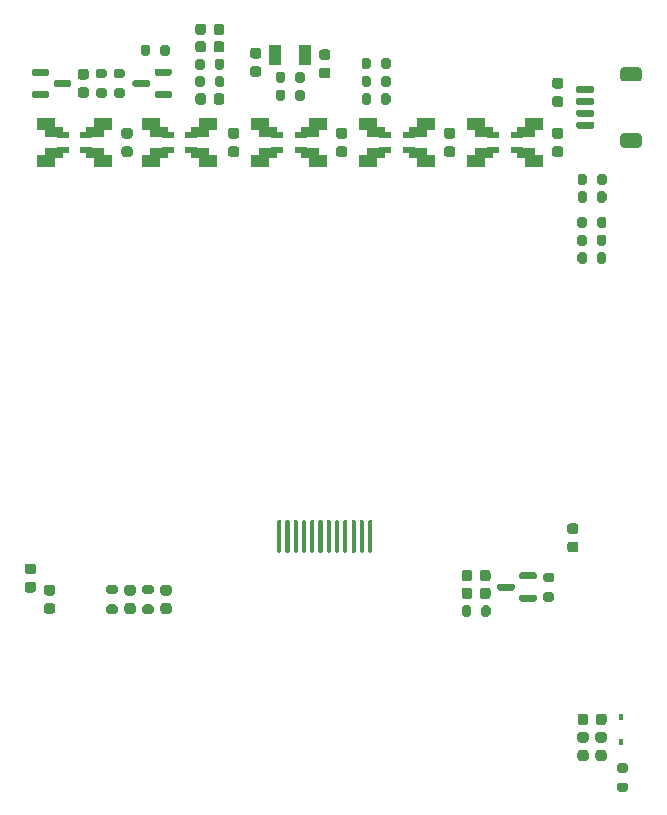
<source format=gbp>
G04 #@! TF.GenerationSoftware,KiCad,Pcbnew,6.0.7+dfsg-1~bpo11+1*
G04 #@! TF.CreationDate,2023-01-24T09:36:57+00:00*
G04 #@! TF.ProjectId,aws-iot-expresslink-demo-badge,6177732d-696f-4742-9d65-787072657373,1*
G04 #@! TF.SameCoordinates,Original*
G04 #@! TF.FileFunction,Paste,Bot*
G04 #@! TF.FilePolarity,Positive*
%FSLAX46Y46*%
G04 Gerber Fmt 4.6, Leading zero omitted, Abs format (unit mm)*
G04 Created by KiCad (PCBNEW 6.0.7+dfsg-1~bpo11+1) date 2023-01-24 09:36:57*
%MOMM*%
%LPD*%
G01*
G04 APERTURE LIST*
%ADD10R,1.000000X0.600000*%
%ADD11R,1.600000X0.850000*%
%ADD12R,1.500000X1.000000*%
%ADD13R,1.000000X1.800000*%
%ADD14R,0.450000X0.600000*%
G04 APERTURE END LIST*
G36*
G01*
X117580800Y-129268500D02*
X117580800Y-131843500D01*
G75*
G02*
X117493300Y-131931000I-87500J0D01*
G01*
X117318300Y-131931000D01*
G75*
G02*
X117230800Y-131843500I0J87500D01*
G01*
X117230800Y-129268500D01*
G75*
G02*
X117318300Y-129181000I87500J0D01*
G01*
X117493300Y-129181000D01*
G75*
G02*
X117580800Y-129268500I0J-87500D01*
G01*
G37*
G36*
G01*
X116880800Y-129268500D02*
X116880800Y-131843500D01*
G75*
G02*
X116793300Y-131931000I-87500J0D01*
G01*
X116618300Y-131931000D01*
G75*
G02*
X116530800Y-131843500I0J87500D01*
G01*
X116530800Y-129268500D01*
G75*
G02*
X116618300Y-129181000I87500J0D01*
G01*
X116793300Y-129181000D01*
G75*
G02*
X116880800Y-129268500I0J-87500D01*
G01*
G37*
G36*
G01*
X116180800Y-129268500D02*
X116180800Y-131843500D01*
G75*
G02*
X116093300Y-131931000I-87500J0D01*
G01*
X115918300Y-131931000D01*
G75*
G02*
X115830800Y-131843500I0J87500D01*
G01*
X115830800Y-129268500D01*
G75*
G02*
X115918300Y-129181000I87500J0D01*
G01*
X116093300Y-129181000D01*
G75*
G02*
X116180800Y-129268500I0J-87500D01*
G01*
G37*
G36*
G01*
X115480800Y-129268500D02*
X115480800Y-131843500D01*
G75*
G02*
X115393300Y-131931000I-87500J0D01*
G01*
X115218300Y-131931000D01*
G75*
G02*
X115130800Y-131843500I0J87500D01*
G01*
X115130800Y-129268500D01*
G75*
G02*
X115218300Y-129181000I87500J0D01*
G01*
X115393300Y-129181000D01*
G75*
G02*
X115480800Y-129268500I0J-87500D01*
G01*
G37*
G36*
G01*
X114780800Y-129268500D02*
X114780800Y-131843500D01*
G75*
G02*
X114693300Y-131931000I-87500J0D01*
G01*
X114518300Y-131931000D01*
G75*
G02*
X114430800Y-131843500I0J87500D01*
G01*
X114430800Y-129268500D01*
G75*
G02*
X114518300Y-129181000I87500J0D01*
G01*
X114693300Y-129181000D01*
G75*
G02*
X114780800Y-129268500I0J-87500D01*
G01*
G37*
G36*
G01*
X114080800Y-129268500D02*
X114080800Y-131843500D01*
G75*
G02*
X113993300Y-131931000I-87500J0D01*
G01*
X113818300Y-131931000D01*
G75*
G02*
X113730800Y-131843500I0J87500D01*
G01*
X113730800Y-129268500D01*
G75*
G02*
X113818300Y-129181000I87500J0D01*
G01*
X113993300Y-129181000D01*
G75*
G02*
X114080800Y-129268500I0J-87500D01*
G01*
G37*
G36*
G01*
X113380800Y-129268500D02*
X113380800Y-131843500D01*
G75*
G02*
X113293300Y-131931000I-87500J0D01*
G01*
X113118300Y-131931000D01*
G75*
G02*
X113030800Y-131843500I0J87500D01*
G01*
X113030800Y-129268500D01*
G75*
G02*
X113118300Y-129181000I87500J0D01*
G01*
X113293300Y-129181000D01*
G75*
G02*
X113380800Y-129268500I0J-87500D01*
G01*
G37*
G36*
G01*
X112680800Y-129268500D02*
X112680800Y-131843500D01*
G75*
G02*
X112593300Y-131931000I-87500J0D01*
G01*
X112418300Y-131931000D01*
G75*
G02*
X112330800Y-131843500I0J87500D01*
G01*
X112330800Y-129268500D01*
G75*
G02*
X112418300Y-129181000I87500J0D01*
G01*
X112593300Y-129181000D01*
G75*
G02*
X112680800Y-129268500I0J-87500D01*
G01*
G37*
G36*
G01*
X111980800Y-129268500D02*
X111980800Y-131843500D01*
G75*
G02*
X111893300Y-131931000I-87500J0D01*
G01*
X111718300Y-131931000D01*
G75*
G02*
X111630800Y-131843500I0J87500D01*
G01*
X111630800Y-129268500D01*
G75*
G02*
X111718300Y-129181000I87500J0D01*
G01*
X111893300Y-129181000D01*
G75*
G02*
X111980800Y-129268500I0J-87500D01*
G01*
G37*
G36*
G01*
X111280800Y-129268500D02*
X111280800Y-131843500D01*
G75*
G02*
X111193300Y-131931000I-87500J0D01*
G01*
X111018300Y-131931000D01*
G75*
G02*
X110930800Y-131843500I0J87500D01*
G01*
X110930800Y-129268500D01*
G75*
G02*
X111018300Y-129181000I87500J0D01*
G01*
X111193300Y-129181000D01*
G75*
G02*
X111280800Y-129268500I0J-87500D01*
G01*
G37*
G36*
G01*
X110580800Y-129268500D02*
X110580800Y-131843500D01*
G75*
G02*
X110493300Y-131931000I-87500J0D01*
G01*
X110318300Y-131931000D01*
G75*
G02*
X110230800Y-131843500I0J87500D01*
G01*
X110230800Y-129268500D01*
G75*
G02*
X110318300Y-129181000I87500J0D01*
G01*
X110493300Y-129181000D01*
G75*
G02*
X110580800Y-129268500I0J-87500D01*
G01*
G37*
G36*
G01*
X109880800Y-129268500D02*
X109880800Y-131843500D01*
G75*
G02*
X109793300Y-131931000I-87500J0D01*
G01*
X109618300Y-131931000D01*
G75*
G02*
X109530800Y-131843500I0J87500D01*
G01*
X109530800Y-129268500D01*
G75*
G02*
X109618300Y-129181000I87500J0D01*
G01*
X109793300Y-129181000D01*
G75*
G02*
X109880800Y-129268500I0J-87500D01*
G01*
G37*
G36*
G01*
X125152400Y-135632000D02*
X125152400Y-135132000D01*
G75*
G02*
X125377400Y-134907000I225000J0D01*
G01*
X125827400Y-134907000D01*
G75*
G02*
X126052400Y-135132000I0J-225000D01*
G01*
X126052400Y-135632000D01*
G75*
G02*
X125827400Y-135857000I-225000J0D01*
G01*
X125377400Y-135857000D01*
G75*
G02*
X125152400Y-135632000I0J225000D01*
G01*
G37*
G36*
G01*
X126702400Y-135632000D02*
X126702400Y-135132000D01*
G75*
G02*
X126927400Y-134907000I225000J0D01*
G01*
X127377400Y-134907000D01*
G75*
G02*
X127602400Y-135132000I0J-225000D01*
G01*
X127602400Y-135632000D01*
G75*
G02*
X127377400Y-135857000I-225000J0D01*
G01*
X126927400Y-135857000D01*
G75*
G02*
X126702400Y-135632000I0J225000D01*
G01*
G37*
G36*
G01*
X131506800Y-133748600D02*
X131506800Y-134048600D01*
G75*
G02*
X131356800Y-134198600I-150000J0D01*
G01*
X130181800Y-134198600D01*
G75*
G02*
X130031800Y-134048600I0J150000D01*
G01*
X130031800Y-133748600D01*
G75*
G02*
X130181800Y-133598600I150000J0D01*
G01*
X131356800Y-133598600D01*
G75*
G02*
X131506800Y-133748600I0J-150000D01*
G01*
G37*
G36*
G01*
X131506800Y-135648600D02*
X131506800Y-135948600D01*
G75*
G02*
X131356800Y-136098600I-150000J0D01*
G01*
X130181800Y-136098600D01*
G75*
G02*
X130031800Y-135948600I0J150000D01*
G01*
X130031800Y-135648600D01*
G75*
G02*
X130181800Y-135498600I150000J0D01*
G01*
X131356800Y-135498600D01*
G75*
G02*
X131506800Y-135648600I0J-150000D01*
G01*
G37*
G36*
G01*
X129631800Y-134698600D02*
X129631800Y-134998600D01*
G75*
G02*
X129481800Y-135148600I-150000J0D01*
G01*
X128306800Y-135148600D01*
G75*
G02*
X128156800Y-134998600I0J150000D01*
G01*
X128156800Y-134698600D01*
G75*
G02*
X128306800Y-134548600I150000J0D01*
G01*
X129481800Y-134548600D01*
G75*
G02*
X129631800Y-134698600I0J-150000D01*
G01*
G37*
G36*
G01*
X115235800Y-98430800D02*
X114735800Y-98430800D01*
G75*
G02*
X114510800Y-98205800I0J225000D01*
G01*
X114510800Y-97755800D01*
G75*
G02*
X114735800Y-97530800I225000J0D01*
G01*
X115235800Y-97530800D01*
G75*
G02*
X115460800Y-97755800I0J-225000D01*
G01*
X115460800Y-98205800D01*
G75*
G02*
X115235800Y-98430800I-225000J0D01*
G01*
G37*
G36*
G01*
X115235800Y-96880800D02*
X114735800Y-96880800D01*
G75*
G02*
X114510800Y-96655800I0J225000D01*
G01*
X114510800Y-96205800D01*
G75*
G02*
X114735800Y-95980800I225000J0D01*
G01*
X115235800Y-95980800D01*
G75*
G02*
X115460800Y-96205800I0J-225000D01*
G01*
X115460800Y-96655800D01*
G75*
G02*
X115235800Y-96880800I-225000J0D01*
G01*
G37*
D10*
X127828800Y-97855800D03*
D11*
X127078800Y-98080800D03*
D12*
X126378800Y-98805800D03*
D11*
X127078800Y-96330800D03*
D10*
X127828800Y-96555800D03*
D12*
X126378800Y-95605800D03*
D10*
X129828800Y-96555800D03*
D11*
X130578800Y-96330800D03*
D12*
X131278800Y-95605800D03*
D10*
X129828800Y-97855800D03*
D12*
X131278800Y-98805800D03*
D11*
X130578800Y-98080800D03*
G36*
G01*
X92870928Y-90977000D02*
X93370928Y-90977000D01*
G75*
G02*
X93595928Y-91202000I0J-225000D01*
G01*
X93595928Y-91652000D01*
G75*
G02*
X93370928Y-91877000I-225000J0D01*
G01*
X92870928Y-91877000D01*
G75*
G02*
X92645928Y-91652000I0J225000D01*
G01*
X92645928Y-91202000D01*
G75*
G02*
X92870928Y-90977000I225000J0D01*
G01*
G37*
G36*
G01*
X92870928Y-92527000D02*
X93370928Y-92527000D01*
G75*
G02*
X93595928Y-92752000I0J-225000D01*
G01*
X93595928Y-93202000D01*
G75*
G02*
X93370928Y-93427000I-225000J0D01*
G01*
X92870928Y-93427000D01*
G75*
G02*
X92645928Y-93202000I0J225000D01*
G01*
X92645928Y-92752000D01*
G75*
G02*
X92870928Y-92527000I225000J0D01*
G01*
G37*
G36*
G01*
X95279800Y-134665000D02*
X95829800Y-134665000D01*
G75*
G02*
X96029800Y-134865000I0J-200000D01*
G01*
X96029800Y-135265000D01*
G75*
G02*
X95829800Y-135465000I-200000J0D01*
G01*
X95279800Y-135465000D01*
G75*
G02*
X95079800Y-135265000I0J200000D01*
G01*
X95079800Y-134865000D01*
G75*
G02*
X95279800Y-134665000I200000J0D01*
G01*
G37*
G36*
G01*
X95279800Y-136315000D02*
X95829800Y-136315000D01*
G75*
G02*
X96029800Y-136515000I0J-200000D01*
G01*
X96029800Y-136915000D01*
G75*
G02*
X95829800Y-137115000I-200000J0D01*
G01*
X95279800Y-137115000D01*
G75*
G02*
X95079800Y-136915000I0J200000D01*
G01*
X95079800Y-136515000D01*
G75*
G02*
X95279800Y-136315000I200000J0D01*
G01*
G37*
G36*
G01*
X119131800Y-90250600D02*
X119131800Y-90800600D01*
G75*
G02*
X118931800Y-91000600I-200000J0D01*
G01*
X118531800Y-91000600D01*
G75*
G02*
X118331800Y-90800600I0J200000D01*
G01*
X118331800Y-90250600D01*
G75*
G02*
X118531800Y-90050600I200000J0D01*
G01*
X118931800Y-90050600D01*
G75*
G02*
X119131800Y-90250600I0J-200000D01*
G01*
G37*
G36*
G01*
X117481800Y-90250600D02*
X117481800Y-90800600D01*
G75*
G02*
X117281800Y-91000600I-200000J0D01*
G01*
X116881800Y-91000600D01*
G75*
G02*
X116681800Y-90800600I0J200000D01*
G01*
X116681800Y-90250600D01*
G75*
G02*
X116881800Y-90050600I200000J0D01*
G01*
X117281800Y-90050600D01*
G75*
G02*
X117481800Y-90250600I0J-200000D01*
G01*
G37*
G36*
G01*
X102610200Y-89353200D02*
X102610200Y-88853200D01*
G75*
G02*
X102835200Y-88628200I225000J0D01*
G01*
X103285200Y-88628200D01*
G75*
G02*
X103510200Y-88853200I0J-225000D01*
G01*
X103510200Y-89353200D01*
G75*
G02*
X103285200Y-89578200I-225000J0D01*
G01*
X102835200Y-89578200D01*
G75*
G02*
X102610200Y-89353200I0J225000D01*
G01*
G37*
G36*
G01*
X104160200Y-89353200D02*
X104160200Y-88853200D01*
G75*
G02*
X104385200Y-88628200I225000J0D01*
G01*
X104835200Y-88628200D01*
G75*
G02*
X105060200Y-88853200I0J-225000D01*
G01*
X105060200Y-89353200D01*
G75*
G02*
X104835200Y-89578200I-225000J0D01*
G01*
X104385200Y-89578200D01*
G75*
G02*
X104160200Y-89353200I0J225000D01*
G01*
G37*
D13*
X111892400Y-89789000D03*
X109392400Y-89789000D03*
G36*
G01*
X97074800Y-98430800D02*
X96574800Y-98430800D01*
G75*
G02*
X96349800Y-98205800I0J225000D01*
G01*
X96349800Y-97755800D01*
G75*
G02*
X96574800Y-97530800I225000J0D01*
G01*
X97074800Y-97530800D01*
G75*
G02*
X97299800Y-97755800I0J-225000D01*
G01*
X97299800Y-98205800D01*
G75*
G02*
X97074800Y-98430800I-225000J0D01*
G01*
G37*
G36*
G01*
X97074800Y-96880800D02*
X96574800Y-96880800D01*
G75*
G02*
X96349800Y-96655800I0J225000D01*
G01*
X96349800Y-96205800D01*
G75*
G02*
X96574800Y-95980800I225000J0D01*
G01*
X97074800Y-95980800D01*
G75*
G02*
X97299800Y-96205800I0J-225000D01*
G01*
X97299800Y-96655800D01*
G75*
G02*
X97074800Y-96880800I-225000J0D01*
G01*
G37*
G36*
G01*
X100633400Y-91102000D02*
X100633400Y-91402000D01*
G75*
G02*
X100483400Y-91552000I-150000J0D01*
G01*
X99308400Y-91552000D01*
G75*
G02*
X99158400Y-91402000I0J150000D01*
G01*
X99158400Y-91102000D01*
G75*
G02*
X99308400Y-90952000I150000J0D01*
G01*
X100483400Y-90952000D01*
G75*
G02*
X100633400Y-91102000I0J-150000D01*
G01*
G37*
G36*
G01*
X100633400Y-93002000D02*
X100633400Y-93302000D01*
G75*
G02*
X100483400Y-93452000I-150000J0D01*
G01*
X99308400Y-93452000D01*
G75*
G02*
X99158400Y-93302000I0J150000D01*
G01*
X99158400Y-93002000D01*
G75*
G02*
X99308400Y-92852000I150000J0D01*
G01*
X100483400Y-92852000D01*
G75*
G02*
X100633400Y-93002000I0J-150000D01*
G01*
G37*
G36*
G01*
X98758400Y-92052000D02*
X98758400Y-92352000D01*
G75*
G02*
X98608400Y-92502000I-150000J0D01*
G01*
X97433400Y-92502000D01*
G75*
G02*
X97283400Y-92352000I0J150000D01*
G01*
X97283400Y-92052000D01*
G75*
G02*
X97433400Y-91902000I150000J0D01*
G01*
X98608400Y-91902000D01*
G75*
G02*
X98758400Y-92052000I0J-150000D01*
G01*
G37*
G36*
G01*
X96828800Y-134665000D02*
X97328800Y-134665000D01*
G75*
G02*
X97553800Y-134890000I0J-225000D01*
G01*
X97553800Y-135340000D01*
G75*
G02*
X97328800Y-135565000I-225000J0D01*
G01*
X96828800Y-135565000D01*
G75*
G02*
X96603800Y-135340000I0J225000D01*
G01*
X96603800Y-134890000D01*
G75*
G02*
X96828800Y-134665000I225000J0D01*
G01*
G37*
G36*
G01*
X96828800Y-136215000D02*
X97328800Y-136215000D01*
G75*
G02*
X97553800Y-136440000I0J-225000D01*
G01*
X97553800Y-136890000D01*
G75*
G02*
X97328800Y-137115000I-225000J0D01*
G01*
X96828800Y-137115000D01*
G75*
G02*
X96603800Y-136890000I0J225000D01*
G01*
X96603800Y-136440000D01*
G75*
G02*
X96828800Y-136215000I225000J0D01*
G01*
G37*
D11*
X117934800Y-98080800D03*
D12*
X117234800Y-98805800D03*
D10*
X118684800Y-97855800D03*
X118684800Y-96555800D03*
D12*
X117234800Y-95605800D03*
D11*
X117934800Y-96330800D03*
X121434800Y-96330800D03*
D12*
X122134800Y-95605800D03*
D10*
X120684800Y-96555800D03*
X120684800Y-97855800D03*
D12*
X122134800Y-98805800D03*
D11*
X121434800Y-98080800D03*
G36*
G01*
X100437400Y-89133000D02*
X100437400Y-89683000D01*
G75*
G02*
X100237400Y-89883000I-200000J0D01*
G01*
X99837400Y-89883000D01*
G75*
G02*
X99637400Y-89683000I0J200000D01*
G01*
X99637400Y-89133000D01*
G75*
G02*
X99837400Y-88933000I200000J0D01*
G01*
X100237400Y-88933000D01*
G75*
G02*
X100437400Y-89133000I0J-200000D01*
G01*
G37*
G36*
G01*
X98787400Y-89133000D02*
X98787400Y-89683000D01*
G75*
G02*
X98587400Y-89883000I-200000J0D01*
G01*
X98187400Y-89883000D01*
G75*
G02*
X97987400Y-89683000I0J200000D01*
G01*
X97987400Y-89133000D01*
G75*
G02*
X98187400Y-88933000I200000J0D01*
G01*
X98587400Y-88933000D01*
G75*
G02*
X98787400Y-89133000I0J-200000D01*
G01*
G37*
G36*
G01*
X132799200Y-136099000D02*
X132249200Y-136099000D01*
G75*
G02*
X132049200Y-135899000I0J200000D01*
G01*
X132049200Y-135499000D01*
G75*
G02*
X132249200Y-135299000I200000J0D01*
G01*
X132799200Y-135299000D01*
G75*
G02*
X132999200Y-135499000I0J-200000D01*
G01*
X132999200Y-135899000D01*
G75*
G02*
X132799200Y-136099000I-200000J0D01*
G01*
G37*
G36*
G01*
X132799200Y-134449000D02*
X132249200Y-134449000D01*
G75*
G02*
X132049200Y-134249000I0J200000D01*
G01*
X132049200Y-133849000D01*
G75*
G02*
X132249200Y-133649000I200000J0D01*
G01*
X132799200Y-133649000D01*
G75*
G02*
X132999200Y-133849000I0J-200000D01*
G01*
X132999200Y-134249000D01*
G75*
G02*
X132799200Y-134449000I-200000J0D01*
G01*
G37*
G36*
G01*
X102610200Y-93772800D02*
X102610200Y-93272800D01*
G75*
G02*
X102835200Y-93047800I225000J0D01*
G01*
X103285200Y-93047800D01*
G75*
G02*
X103510200Y-93272800I0J-225000D01*
G01*
X103510200Y-93772800D01*
G75*
G02*
X103285200Y-93997800I-225000J0D01*
G01*
X102835200Y-93997800D01*
G75*
G02*
X102610200Y-93772800I0J225000D01*
G01*
G37*
G36*
G01*
X104160200Y-93772800D02*
X104160200Y-93272800D01*
G75*
G02*
X104385200Y-93047800I225000J0D01*
G01*
X104835200Y-93047800D01*
G75*
G02*
X105060200Y-93272800I0J-225000D01*
G01*
X105060200Y-93772800D01*
G75*
G02*
X104835200Y-93997800I-225000J0D01*
G01*
X104385200Y-93997800D01*
G75*
G02*
X104160200Y-93772800I0J225000D01*
G01*
G37*
G36*
G01*
X102610200Y-87880000D02*
X102610200Y-87380000D01*
G75*
G02*
X102835200Y-87155000I225000J0D01*
G01*
X103285200Y-87155000D01*
G75*
G02*
X103510200Y-87380000I0J-225000D01*
G01*
X103510200Y-87880000D01*
G75*
G02*
X103285200Y-88105000I-225000J0D01*
G01*
X102835200Y-88105000D01*
G75*
G02*
X102610200Y-87880000I0J225000D01*
G01*
G37*
G36*
G01*
X104160200Y-87880000D02*
X104160200Y-87380000D01*
G75*
G02*
X104385200Y-87155000I225000J0D01*
G01*
X104835200Y-87155000D01*
G75*
G02*
X105060200Y-87380000I0J-225000D01*
G01*
X105060200Y-87880000D01*
G75*
G02*
X104835200Y-88105000I-225000J0D01*
G01*
X104385200Y-88105000D01*
G75*
G02*
X104160200Y-87880000I0J225000D01*
G01*
G37*
G36*
G01*
X111867400Y-92943000D02*
X111867400Y-93493000D01*
G75*
G02*
X111667400Y-93693000I-200000J0D01*
G01*
X111267400Y-93693000D01*
G75*
G02*
X111067400Y-93493000I0J200000D01*
G01*
X111067400Y-92943000D01*
G75*
G02*
X111267400Y-92743000I200000J0D01*
G01*
X111667400Y-92743000D01*
G75*
G02*
X111867400Y-92943000I0J-200000D01*
G01*
G37*
G36*
G01*
X110217400Y-92943000D02*
X110217400Y-93493000D01*
G75*
G02*
X110017400Y-93693000I-200000J0D01*
G01*
X109617400Y-93693000D01*
G75*
G02*
X109417400Y-93493000I0J200000D01*
G01*
X109417400Y-92943000D01*
G75*
G02*
X109617400Y-92743000I200000J0D01*
G01*
X110017400Y-92743000D01*
G75*
G02*
X110217400Y-92943000I0J-200000D01*
G01*
G37*
G36*
G01*
X133523800Y-98430800D02*
X133023800Y-98430800D01*
G75*
G02*
X132798800Y-98205800I0J225000D01*
G01*
X132798800Y-97755800D01*
G75*
G02*
X133023800Y-97530800I225000J0D01*
G01*
X133523800Y-97530800D01*
G75*
G02*
X133748800Y-97755800I0J-225000D01*
G01*
X133748800Y-98205800D01*
G75*
G02*
X133523800Y-98430800I-225000J0D01*
G01*
G37*
G36*
G01*
X133523800Y-96880800D02*
X133023800Y-96880800D01*
G75*
G02*
X132798800Y-96655800I0J225000D01*
G01*
X132798800Y-96205800D01*
G75*
G02*
X133023800Y-95980800I225000J0D01*
G01*
X133523800Y-95980800D01*
G75*
G02*
X133748800Y-96205800I0J-225000D01*
G01*
X133748800Y-96655800D01*
G75*
G02*
X133523800Y-96880800I-225000J0D01*
G01*
G37*
G36*
G01*
X137419800Y-101553600D02*
X137419800Y-102103600D01*
G75*
G02*
X137219800Y-102303600I-200000J0D01*
G01*
X136819800Y-102303600D01*
G75*
G02*
X136619800Y-102103600I0J200000D01*
G01*
X136619800Y-101553600D01*
G75*
G02*
X136819800Y-101353600I200000J0D01*
G01*
X137219800Y-101353600D01*
G75*
G02*
X137419800Y-101553600I0J-200000D01*
G01*
G37*
G36*
G01*
X135769800Y-101553600D02*
X135769800Y-102103600D01*
G75*
G02*
X135569800Y-102303600I-200000J0D01*
G01*
X135169800Y-102303600D01*
G75*
G02*
X134969800Y-102103600I0J200000D01*
G01*
X134969800Y-101553600D01*
G75*
G02*
X135169800Y-101353600I200000J0D01*
G01*
X135569800Y-101353600D01*
G75*
G02*
X135769800Y-101553600I0J-200000D01*
G01*
G37*
G36*
G01*
X105060200Y-91774600D02*
X105060200Y-92324600D01*
G75*
G02*
X104860200Y-92524600I-200000J0D01*
G01*
X104460200Y-92524600D01*
G75*
G02*
X104260200Y-92324600I0J200000D01*
G01*
X104260200Y-91774600D01*
G75*
G02*
X104460200Y-91574600I200000J0D01*
G01*
X104860200Y-91574600D01*
G75*
G02*
X105060200Y-91774600I0J-200000D01*
G01*
G37*
G36*
G01*
X103410200Y-91774600D02*
X103410200Y-92324600D01*
G75*
G02*
X103210200Y-92524600I-200000J0D01*
G01*
X102810200Y-92524600D01*
G75*
G02*
X102610200Y-92324600I0J200000D01*
G01*
X102610200Y-91774600D01*
G75*
G02*
X102810200Y-91574600I200000J0D01*
G01*
X103210200Y-91574600D01*
G75*
G02*
X103410200Y-91774600I0J-200000D01*
G01*
G37*
G36*
G01*
X106091800Y-98430800D02*
X105591800Y-98430800D01*
G75*
G02*
X105366800Y-98205800I0J225000D01*
G01*
X105366800Y-97755800D01*
G75*
G02*
X105591800Y-97530800I225000J0D01*
G01*
X106091800Y-97530800D01*
G75*
G02*
X106316800Y-97755800I0J-225000D01*
G01*
X106316800Y-98205800D01*
G75*
G02*
X106091800Y-98430800I-225000J0D01*
G01*
G37*
G36*
G01*
X106091800Y-96880800D02*
X105591800Y-96880800D01*
G75*
G02*
X105366800Y-96655800I0J225000D01*
G01*
X105366800Y-96205800D01*
G75*
G02*
X105591800Y-95980800I225000J0D01*
G01*
X106091800Y-95980800D01*
G75*
G02*
X106316800Y-96205800I0J-225000D01*
G01*
X106316800Y-96655800D01*
G75*
G02*
X106091800Y-96880800I-225000J0D01*
G01*
G37*
G36*
G01*
X107971400Y-91649000D02*
X107471400Y-91649000D01*
G75*
G02*
X107246400Y-91424000I0J225000D01*
G01*
X107246400Y-90974000D01*
G75*
G02*
X107471400Y-90749000I225000J0D01*
G01*
X107971400Y-90749000D01*
G75*
G02*
X108196400Y-90974000I0J-225000D01*
G01*
X108196400Y-91424000D01*
G75*
G02*
X107971400Y-91649000I-225000J0D01*
G01*
G37*
G36*
G01*
X107971400Y-90099000D02*
X107471400Y-90099000D01*
G75*
G02*
X107246400Y-89874000I0J225000D01*
G01*
X107246400Y-89424000D01*
G75*
G02*
X107471400Y-89199000I225000J0D01*
G01*
X107971400Y-89199000D01*
G75*
G02*
X108196400Y-89424000I0J-225000D01*
G01*
X108196400Y-89874000D01*
G75*
G02*
X107971400Y-90099000I-225000J0D01*
G01*
G37*
G36*
G01*
X105060200Y-90301400D02*
X105060200Y-90851400D01*
G75*
G02*
X104860200Y-91051400I-200000J0D01*
G01*
X104460200Y-91051400D01*
G75*
G02*
X104260200Y-90851400I0J200000D01*
G01*
X104260200Y-90301400D01*
G75*
G02*
X104460200Y-90101400I200000J0D01*
G01*
X104860200Y-90101400D01*
G75*
G02*
X105060200Y-90301400I0J-200000D01*
G01*
G37*
G36*
G01*
X103410200Y-90301400D02*
X103410200Y-90851400D01*
G75*
G02*
X103210200Y-91051400I-200000J0D01*
G01*
X102810200Y-91051400D01*
G75*
G02*
X102610200Y-90851400I0J200000D01*
G01*
X102610200Y-90301400D01*
G75*
G02*
X102810200Y-90101400I200000J0D01*
G01*
X103210200Y-90101400D01*
G75*
G02*
X103410200Y-90301400I0J-200000D01*
G01*
G37*
G36*
G01*
X95889400Y-90977000D02*
X96439400Y-90977000D01*
G75*
G02*
X96639400Y-91177000I0J-200000D01*
G01*
X96639400Y-91577000D01*
G75*
G02*
X96439400Y-91777000I-200000J0D01*
G01*
X95889400Y-91777000D01*
G75*
G02*
X95689400Y-91577000I0J200000D01*
G01*
X95689400Y-91177000D01*
G75*
G02*
X95889400Y-90977000I200000J0D01*
G01*
G37*
G36*
G01*
X95889400Y-92627000D02*
X96439400Y-92627000D01*
G75*
G02*
X96639400Y-92827000I0J-200000D01*
G01*
X96639400Y-93227000D01*
G75*
G02*
X96439400Y-93427000I-200000J0D01*
G01*
X95889400Y-93427000D01*
G75*
G02*
X95689400Y-93227000I0J200000D01*
G01*
X95689400Y-92827000D01*
G75*
G02*
X95889400Y-92627000I200000J0D01*
G01*
G37*
G36*
G01*
X134992200Y-92434000D02*
X136242200Y-92434000D01*
G75*
G02*
X136392200Y-92584000I0J-150000D01*
G01*
X136392200Y-92884000D01*
G75*
G02*
X136242200Y-93034000I-150000J0D01*
G01*
X134992200Y-93034000D01*
G75*
G02*
X134842200Y-92884000I0J150000D01*
G01*
X134842200Y-92584000D01*
G75*
G02*
X134992200Y-92434000I150000J0D01*
G01*
G37*
G36*
G01*
X134992200Y-93434000D02*
X136242200Y-93434000D01*
G75*
G02*
X136392200Y-93584000I0J-150000D01*
G01*
X136392200Y-93884000D01*
G75*
G02*
X136242200Y-94034000I-150000J0D01*
G01*
X134992200Y-94034000D01*
G75*
G02*
X134842200Y-93884000I0J150000D01*
G01*
X134842200Y-93584000D01*
G75*
G02*
X134992200Y-93434000I150000J0D01*
G01*
G37*
G36*
G01*
X134992200Y-94434000D02*
X136242200Y-94434000D01*
G75*
G02*
X136392200Y-94584000I0J-150000D01*
G01*
X136392200Y-94884000D01*
G75*
G02*
X136242200Y-95034000I-150000J0D01*
G01*
X134992200Y-95034000D01*
G75*
G02*
X134842200Y-94884000I0J150000D01*
G01*
X134842200Y-94584000D01*
G75*
G02*
X134992200Y-94434000I150000J0D01*
G01*
G37*
G36*
G01*
X134992200Y-95434000D02*
X136242200Y-95434000D01*
G75*
G02*
X136392200Y-95584000I0J-150000D01*
G01*
X136392200Y-95884000D01*
G75*
G02*
X136242200Y-96034000I-150000J0D01*
G01*
X134992200Y-96034000D01*
G75*
G02*
X134842200Y-95884000I0J150000D01*
G01*
X134842200Y-95584000D01*
G75*
G02*
X134992200Y-95434000I150000J0D01*
G01*
G37*
G36*
G01*
X138842200Y-90834000D02*
X140142200Y-90834000D01*
G75*
G02*
X140392200Y-91084000I0J-250000D01*
G01*
X140392200Y-91784000D01*
G75*
G02*
X140142200Y-92034000I-250000J0D01*
G01*
X138842200Y-92034000D01*
G75*
G02*
X138592200Y-91784000I0J250000D01*
G01*
X138592200Y-91084000D01*
G75*
G02*
X138842200Y-90834000I250000J0D01*
G01*
G37*
G36*
G01*
X138842200Y-96434000D02*
X140142200Y-96434000D01*
G75*
G02*
X140392200Y-96684000I0J-250000D01*
G01*
X140392200Y-97384000D01*
G75*
G02*
X140142200Y-97634000I-250000J0D01*
G01*
X138842200Y-97634000D01*
G75*
G02*
X138592200Y-97384000I0J250000D01*
G01*
X138592200Y-96684000D01*
G75*
G02*
X138842200Y-96434000I250000J0D01*
G01*
G37*
X108780792Y-98080800D03*
D10*
X109530792Y-97855800D03*
D12*
X108080792Y-98805800D03*
D11*
X108780792Y-96330800D03*
D12*
X108080792Y-95605800D03*
D10*
X109530792Y-96555800D03*
D12*
X112980792Y-95605800D03*
D10*
X111530792Y-96555800D03*
D11*
X112280792Y-96330800D03*
D12*
X112980792Y-98805800D03*
D11*
X112280792Y-98080800D03*
D10*
X111530792Y-97855800D03*
G36*
G01*
X134969800Y-146300000D02*
X134969800Y-145800000D01*
G75*
G02*
X135194800Y-145575000I225000J0D01*
G01*
X135644800Y-145575000D01*
G75*
G02*
X135869800Y-145800000I0J-225000D01*
G01*
X135869800Y-146300000D01*
G75*
G02*
X135644800Y-146525000I-225000J0D01*
G01*
X135194800Y-146525000D01*
G75*
G02*
X134969800Y-146300000I0J225000D01*
G01*
G37*
G36*
G01*
X136519800Y-146300000D02*
X136519800Y-145800000D01*
G75*
G02*
X136744800Y-145575000I225000J0D01*
G01*
X137194800Y-145575000D01*
G75*
G02*
X137419800Y-145800000I0J-225000D01*
G01*
X137419800Y-146300000D01*
G75*
G02*
X137194800Y-146525000I-225000J0D01*
G01*
X136744800Y-146525000D01*
G75*
G02*
X136519800Y-146300000I0J225000D01*
G01*
G37*
G36*
G01*
X124379800Y-98430800D02*
X123879800Y-98430800D01*
G75*
G02*
X123654800Y-98205800I0J225000D01*
G01*
X123654800Y-97755800D01*
G75*
G02*
X123879800Y-97530800I225000J0D01*
G01*
X124379800Y-97530800D01*
G75*
G02*
X124604800Y-97755800I0J-225000D01*
G01*
X124604800Y-98205800D01*
G75*
G02*
X124379800Y-98430800I-225000J0D01*
G01*
G37*
G36*
G01*
X124379800Y-96880800D02*
X123879800Y-96880800D01*
G75*
G02*
X123654800Y-96655800I0J225000D01*
G01*
X123654800Y-96205800D01*
G75*
G02*
X123879800Y-95980800I225000J0D01*
G01*
X124379800Y-95980800D01*
G75*
G02*
X124604800Y-96205800I0J-225000D01*
G01*
X124604800Y-96655800D01*
G75*
G02*
X124379800Y-96880800I-225000J0D01*
G01*
G37*
G36*
G01*
X119131800Y-91749200D02*
X119131800Y-92299200D01*
G75*
G02*
X118931800Y-92499200I-200000J0D01*
G01*
X118531800Y-92499200D01*
G75*
G02*
X118331800Y-92299200I0J200000D01*
G01*
X118331800Y-91749200D01*
G75*
G02*
X118531800Y-91549200I200000J0D01*
G01*
X118931800Y-91549200D01*
G75*
G02*
X119131800Y-91749200I0J-200000D01*
G01*
G37*
G36*
G01*
X117481800Y-91749200D02*
X117481800Y-92299200D01*
G75*
G02*
X117281800Y-92499200I-200000J0D01*
G01*
X116881800Y-92499200D01*
G75*
G02*
X116681800Y-92299200I0J200000D01*
G01*
X116681800Y-91749200D01*
G75*
G02*
X116881800Y-91549200I200000J0D01*
G01*
X117281800Y-91549200D01*
G75*
G02*
X117481800Y-91749200I0J-200000D01*
G01*
G37*
G36*
G01*
X99876800Y-134665000D02*
X100376800Y-134665000D01*
G75*
G02*
X100601800Y-134890000I0J-225000D01*
G01*
X100601800Y-135340000D01*
G75*
G02*
X100376800Y-135565000I-225000J0D01*
G01*
X99876800Y-135565000D01*
G75*
G02*
X99651800Y-135340000I0J225000D01*
G01*
X99651800Y-134890000D01*
G75*
G02*
X99876800Y-134665000I225000J0D01*
G01*
G37*
G36*
G01*
X99876800Y-136215000D02*
X100376800Y-136215000D01*
G75*
G02*
X100601800Y-136440000I0J-225000D01*
G01*
X100601800Y-136890000D01*
G75*
G02*
X100376800Y-137115000I-225000J0D01*
G01*
X99876800Y-137115000D01*
G75*
G02*
X99651800Y-136890000I0J225000D01*
G01*
X99651800Y-136440000D01*
G75*
G02*
X99876800Y-136215000I225000J0D01*
G01*
G37*
G36*
G01*
X137406600Y-106709800D02*
X137406600Y-107259800D01*
G75*
G02*
X137206600Y-107459800I-200000J0D01*
G01*
X136806600Y-107459800D01*
G75*
G02*
X136606600Y-107259800I0J200000D01*
G01*
X136606600Y-106709800D01*
G75*
G02*
X136806600Y-106509800I200000J0D01*
G01*
X137206600Y-106509800D01*
G75*
G02*
X137406600Y-106709800I0J-200000D01*
G01*
G37*
G36*
G01*
X135756600Y-106709800D02*
X135756600Y-107259800D01*
G75*
G02*
X135556600Y-107459800I-200000J0D01*
G01*
X135156600Y-107459800D01*
G75*
G02*
X134956600Y-107259800I0J200000D01*
G01*
X134956600Y-106709800D01*
G75*
G02*
X135156600Y-106509800I200000J0D01*
G01*
X135556600Y-106509800D01*
G75*
G02*
X135756600Y-106709800I0J-200000D01*
G01*
G37*
G36*
G01*
X135182800Y-147111000D02*
X135682800Y-147111000D01*
G75*
G02*
X135907800Y-147336000I0J-225000D01*
G01*
X135907800Y-147786000D01*
G75*
G02*
X135682800Y-148011000I-225000J0D01*
G01*
X135182800Y-148011000D01*
G75*
G02*
X134957800Y-147786000I0J225000D01*
G01*
X134957800Y-147336000D01*
G75*
G02*
X135182800Y-147111000I225000J0D01*
G01*
G37*
G36*
G01*
X135182800Y-148661000D02*
X135682800Y-148661000D01*
G75*
G02*
X135907800Y-148886000I0J-225000D01*
G01*
X135907800Y-149336000D01*
G75*
G02*
X135682800Y-149561000I-225000J0D01*
G01*
X135182800Y-149561000D01*
G75*
G02*
X134957800Y-149336000I0J225000D01*
G01*
X134957800Y-148886000D01*
G75*
G02*
X135182800Y-148661000I225000J0D01*
G01*
G37*
G36*
G01*
X119131800Y-93247800D02*
X119131800Y-93797800D01*
G75*
G02*
X118931800Y-93997800I-200000J0D01*
G01*
X118531800Y-93997800D01*
G75*
G02*
X118331800Y-93797800I0J200000D01*
G01*
X118331800Y-93247800D01*
G75*
G02*
X118531800Y-93047800I200000J0D01*
G01*
X118931800Y-93047800D01*
G75*
G02*
X119131800Y-93247800I0J-200000D01*
G01*
G37*
G36*
G01*
X117481800Y-93247800D02*
X117481800Y-93797800D01*
G75*
G02*
X117281800Y-93997800I-200000J0D01*
G01*
X116881800Y-93997800D01*
G75*
G02*
X116681800Y-93797800I0J200000D01*
G01*
X116681800Y-93247800D01*
G75*
G02*
X116881800Y-93047800I200000J0D01*
G01*
X117281800Y-93047800D01*
G75*
G02*
X117481800Y-93247800I0J-200000D01*
G01*
G37*
D14*
X138684000Y-147963600D03*
X138684000Y-145863600D03*
G36*
G01*
X134819200Y-131908000D02*
X134319200Y-131908000D01*
G75*
G02*
X134094200Y-131683000I0J225000D01*
G01*
X134094200Y-131233000D01*
G75*
G02*
X134319200Y-131008000I225000J0D01*
G01*
X134819200Y-131008000D01*
G75*
G02*
X135044200Y-131233000I0J-225000D01*
G01*
X135044200Y-131683000D01*
G75*
G02*
X134819200Y-131908000I-225000J0D01*
G01*
G37*
G36*
G01*
X134819200Y-130358000D02*
X134319200Y-130358000D01*
G75*
G02*
X134094200Y-130133000I0J225000D01*
G01*
X134094200Y-129683000D01*
G75*
G02*
X134319200Y-129458000I225000J0D01*
G01*
X134819200Y-129458000D01*
G75*
G02*
X135044200Y-129683000I0J-225000D01*
G01*
X135044200Y-130133000D01*
G75*
G02*
X134819200Y-130358000I-225000J0D01*
G01*
G37*
G36*
G01*
X113813400Y-91776000D02*
X113313400Y-91776000D01*
G75*
G02*
X113088400Y-91551000I0J225000D01*
G01*
X113088400Y-91101000D01*
G75*
G02*
X113313400Y-90876000I225000J0D01*
G01*
X113813400Y-90876000D01*
G75*
G02*
X114038400Y-91101000I0J-225000D01*
G01*
X114038400Y-91551000D01*
G75*
G02*
X113813400Y-91776000I-225000J0D01*
G01*
G37*
G36*
G01*
X113813400Y-90226000D02*
X113313400Y-90226000D01*
G75*
G02*
X113088400Y-90001000I0J225000D01*
G01*
X113088400Y-89551000D01*
G75*
G02*
X113313400Y-89326000I225000J0D01*
G01*
X113813400Y-89326000D01*
G75*
G02*
X114038400Y-89551000I0J-225000D01*
G01*
X114038400Y-90001000D01*
G75*
G02*
X113813400Y-90226000I-225000J0D01*
G01*
G37*
G36*
G01*
X137406600Y-103712600D02*
X137406600Y-104262600D01*
G75*
G02*
X137206600Y-104462600I-200000J0D01*
G01*
X136806600Y-104462600D01*
G75*
G02*
X136606600Y-104262600I0J200000D01*
G01*
X136606600Y-103712600D01*
G75*
G02*
X136806600Y-103512600I200000J0D01*
G01*
X137206600Y-103512600D01*
G75*
G02*
X137406600Y-103712600I0J-200000D01*
G01*
G37*
G36*
G01*
X135756600Y-103712600D02*
X135756600Y-104262600D01*
G75*
G02*
X135556600Y-104462600I-200000J0D01*
G01*
X135156600Y-104462600D01*
G75*
G02*
X134956600Y-104262600I0J200000D01*
G01*
X134956600Y-103712600D01*
G75*
G02*
X135156600Y-103512600I200000J0D01*
G01*
X135556600Y-103512600D01*
G75*
G02*
X135756600Y-103712600I0J-200000D01*
G01*
G37*
G36*
G01*
X94919928Y-93427000D02*
X94369928Y-93427000D01*
G75*
G02*
X94169928Y-93227000I0J200000D01*
G01*
X94169928Y-92827000D01*
G75*
G02*
X94369928Y-92627000I200000J0D01*
G01*
X94919928Y-92627000D01*
G75*
G02*
X95119928Y-92827000I0J-200000D01*
G01*
X95119928Y-93227000D01*
G75*
G02*
X94919928Y-93427000I-200000J0D01*
G01*
G37*
G36*
G01*
X94919928Y-91777000D02*
X94369928Y-91777000D01*
G75*
G02*
X94169928Y-91577000I0J200000D01*
G01*
X94169928Y-91177000D01*
G75*
G02*
X94369928Y-90977000I200000J0D01*
G01*
X94919928Y-90977000D01*
G75*
G02*
X95119928Y-91177000I0J-200000D01*
G01*
X95119928Y-91577000D01*
G75*
G02*
X94919928Y-91777000I-200000J0D01*
G01*
G37*
G36*
G01*
X125152400Y-134133400D02*
X125152400Y-133633400D01*
G75*
G02*
X125377400Y-133408400I225000J0D01*
G01*
X125827400Y-133408400D01*
G75*
G02*
X126052400Y-133633400I0J-225000D01*
G01*
X126052400Y-134133400D01*
G75*
G02*
X125827400Y-134358400I-225000J0D01*
G01*
X125377400Y-134358400D01*
G75*
G02*
X125152400Y-134133400I0J225000D01*
G01*
G37*
G36*
G01*
X126702400Y-134133400D02*
X126702400Y-133633400D01*
G75*
G02*
X126927400Y-133408400I225000J0D01*
G01*
X127377400Y-133408400D01*
G75*
G02*
X127602400Y-133633400I0J-225000D01*
G01*
X127602400Y-134133400D01*
G75*
G02*
X127377400Y-134358400I-225000J0D01*
G01*
X126927400Y-134358400D01*
G75*
G02*
X126702400Y-134133400I0J225000D01*
G01*
G37*
G36*
G01*
X111867400Y-91419000D02*
X111867400Y-91969000D01*
G75*
G02*
X111667400Y-92169000I-200000J0D01*
G01*
X111267400Y-92169000D01*
G75*
G02*
X111067400Y-91969000I0J200000D01*
G01*
X111067400Y-91419000D01*
G75*
G02*
X111267400Y-91219000I200000J0D01*
G01*
X111667400Y-91219000D01*
G75*
G02*
X111867400Y-91419000I0J-200000D01*
G01*
G37*
G36*
G01*
X110217400Y-91419000D02*
X110217400Y-91969000D01*
G75*
G02*
X110017400Y-92169000I-200000J0D01*
G01*
X109617400Y-92169000D01*
G75*
G02*
X109417400Y-91969000I0J200000D01*
G01*
X109417400Y-91419000D01*
G75*
G02*
X109617400Y-91219000I200000J0D01*
G01*
X110017400Y-91219000D01*
G75*
G02*
X110217400Y-91419000I0J-200000D01*
G01*
G37*
G36*
G01*
X133049200Y-91739000D02*
X133549200Y-91739000D01*
G75*
G02*
X133774200Y-91964000I0J-225000D01*
G01*
X133774200Y-92414000D01*
G75*
G02*
X133549200Y-92639000I-225000J0D01*
G01*
X133049200Y-92639000D01*
G75*
G02*
X132824200Y-92414000I0J225000D01*
G01*
X132824200Y-91964000D01*
G75*
G02*
X133049200Y-91739000I225000J0D01*
G01*
G37*
G36*
G01*
X133049200Y-93289000D02*
X133549200Y-93289000D01*
G75*
G02*
X133774200Y-93514000I0J-225000D01*
G01*
X133774200Y-93964000D01*
G75*
G02*
X133549200Y-94189000I-225000J0D01*
G01*
X133049200Y-94189000D01*
G75*
G02*
X132824200Y-93964000I0J225000D01*
G01*
X132824200Y-93514000D01*
G75*
G02*
X133049200Y-93289000I225000J0D01*
G01*
G37*
G36*
G01*
X90515100Y-137115000D02*
X90015100Y-137115000D01*
G75*
G02*
X89790100Y-136890000I0J225000D01*
G01*
X89790100Y-136440000D01*
G75*
G02*
X90015100Y-136215000I225000J0D01*
G01*
X90515100Y-136215000D01*
G75*
G02*
X90740100Y-136440000I0J-225000D01*
G01*
X90740100Y-136890000D01*
G75*
G02*
X90515100Y-137115000I-225000J0D01*
G01*
G37*
G36*
G01*
X90515100Y-135565000D02*
X90015100Y-135565000D01*
G75*
G02*
X89790100Y-135340000I0J225000D01*
G01*
X89790100Y-134890000D01*
G75*
G02*
X90015100Y-134665000I225000J0D01*
G01*
X90515100Y-134665000D01*
G75*
G02*
X90740100Y-134890000I0J-225000D01*
G01*
X90740100Y-135340000D01*
G75*
G02*
X90515100Y-135565000I-225000J0D01*
G01*
G37*
G36*
G01*
X88753528Y-93302000D02*
X88753528Y-93002000D01*
G75*
G02*
X88903528Y-92852000I150000J0D01*
G01*
X90078528Y-92852000D01*
G75*
G02*
X90228528Y-93002000I0J-150000D01*
G01*
X90228528Y-93302000D01*
G75*
G02*
X90078528Y-93452000I-150000J0D01*
G01*
X88903528Y-93452000D01*
G75*
G02*
X88753528Y-93302000I0J150000D01*
G01*
G37*
G36*
G01*
X88753528Y-91402000D02*
X88753528Y-91102000D01*
G75*
G02*
X88903528Y-90952000I150000J0D01*
G01*
X90078528Y-90952000D01*
G75*
G02*
X90228528Y-91102000I0J-150000D01*
G01*
X90228528Y-91402000D01*
G75*
G02*
X90078528Y-91552000I-150000J0D01*
G01*
X88903528Y-91552000D01*
G75*
G02*
X88753528Y-91402000I0J150000D01*
G01*
G37*
G36*
G01*
X90628528Y-92352000D02*
X90628528Y-92052000D01*
G75*
G02*
X90778528Y-91902000I150000J0D01*
G01*
X91953528Y-91902000D01*
G75*
G02*
X92103528Y-92052000I0J-150000D01*
G01*
X92103528Y-92352000D01*
G75*
G02*
X91953528Y-92502000I-150000J0D01*
G01*
X90778528Y-92502000D01*
G75*
G02*
X90628528Y-92352000I0J150000D01*
G01*
G37*
G36*
G01*
X136706800Y-147111000D02*
X137206800Y-147111000D01*
G75*
G02*
X137431800Y-147336000I0J-225000D01*
G01*
X137431800Y-147786000D01*
G75*
G02*
X137206800Y-148011000I-225000J0D01*
G01*
X136706800Y-148011000D01*
G75*
G02*
X136481800Y-147786000I0J225000D01*
G01*
X136481800Y-147336000D01*
G75*
G02*
X136706800Y-147111000I225000J0D01*
G01*
G37*
G36*
G01*
X136706800Y-148661000D02*
X137206800Y-148661000D01*
G75*
G02*
X137431800Y-148886000I0J-225000D01*
G01*
X137431800Y-149336000D01*
G75*
G02*
X137206800Y-149561000I-225000J0D01*
G01*
X136706800Y-149561000D01*
G75*
G02*
X136481800Y-149336000I0J225000D01*
G01*
X136481800Y-148886000D01*
G75*
G02*
X136706800Y-148661000I225000J0D01*
G01*
G37*
G36*
G01*
X139060600Y-152202600D02*
X138510600Y-152202600D01*
G75*
G02*
X138310600Y-152002600I0J200000D01*
G01*
X138310600Y-151602600D01*
G75*
G02*
X138510600Y-151402600I200000J0D01*
G01*
X139060600Y-151402600D01*
G75*
G02*
X139260600Y-151602600I0J-200000D01*
G01*
X139260600Y-152002600D01*
G75*
G02*
X139060600Y-152202600I-200000J0D01*
G01*
G37*
G36*
G01*
X139060600Y-150552600D02*
X138510600Y-150552600D01*
G75*
G02*
X138310600Y-150352600I0J200000D01*
G01*
X138310600Y-149952600D01*
G75*
G02*
X138510600Y-149752600I200000J0D01*
G01*
X139060600Y-149752600D01*
G75*
G02*
X139260600Y-149952600I0J-200000D01*
G01*
X139260600Y-150352600D01*
G75*
G02*
X139060600Y-150552600I-200000J0D01*
G01*
G37*
G36*
G01*
X137419800Y-100055000D02*
X137419800Y-100605000D01*
G75*
G02*
X137219800Y-100805000I-200000J0D01*
G01*
X136819800Y-100805000D01*
G75*
G02*
X136619800Y-100605000I0J200000D01*
G01*
X136619800Y-100055000D01*
G75*
G02*
X136819800Y-99855000I200000J0D01*
G01*
X137219800Y-99855000D01*
G75*
G02*
X137419800Y-100055000I0J-200000D01*
G01*
G37*
G36*
G01*
X135769800Y-100055000D02*
X135769800Y-100605000D01*
G75*
G02*
X135569800Y-100805000I-200000J0D01*
G01*
X135169800Y-100805000D01*
G75*
G02*
X134969800Y-100605000I0J200000D01*
G01*
X134969800Y-100055000D01*
G75*
G02*
X135169800Y-99855000I200000J0D01*
G01*
X135569800Y-99855000D01*
G75*
G02*
X135769800Y-100055000I0J-200000D01*
G01*
G37*
G36*
G01*
X125163240Y-137155600D02*
X125163240Y-136605600D01*
G75*
G02*
X125363240Y-136405600I200000J0D01*
G01*
X125763240Y-136405600D01*
G75*
G02*
X125963240Y-136605600I0J-200000D01*
G01*
X125963240Y-137155600D01*
G75*
G02*
X125763240Y-137355600I-200000J0D01*
G01*
X125363240Y-137355600D01*
G75*
G02*
X125163240Y-137155600I0J200000D01*
G01*
G37*
G36*
G01*
X126813240Y-137155600D02*
X126813240Y-136605600D01*
G75*
G02*
X127013240Y-136405600I200000J0D01*
G01*
X127413240Y-136405600D01*
G75*
G02*
X127613240Y-136605600I0J-200000D01*
G01*
X127613240Y-137155600D01*
G75*
G02*
X127413240Y-137355600I-200000J0D01*
G01*
X127013240Y-137355600D01*
G75*
G02*
X126813240Y-137155600I0J200000D01*
G01*
G37*
D10*
X100269800Y-97855800D03*
D12*
X98819800Y-98805800D03*
D11*
X99519800Y-98080800D03*
D10*
X100269800Y-96555800D03*
D12*
X98819800Y-95605800D03*
D11*
X99519800Y-96330800D03*
D10*
X102269800Y-96555800D03*
D12*
X103719800Y-95605800D03*
D11*
X103019800Y-96330800D03*
D10*
X102269800Y-97855800D03*
D11*
X103019800Y-98080800D03*
D12*
X103719800Y-98805800D03*
G36*
G01*
X137406600Y-105211200D02*
X137406600Y-105761200D01*
G75*
G02*
X137206600Y-105961200I-200000J0D01*
G01*
X136806600Y-105961200D01*
G75*
G02*
X136606600Y-105761200I0J200000D01*
G01*
X136606600Y-105211200D01*
G75*
G02*
X136806600Y-105011200I200000J0D01*
G01*
X137206600Y-105011200D01*
G75*
G02*
X137406600Y-105211200I0J-200000D01*
G01*
G37*
G36*
G01*
X135756600Y-105211200D02*
X135756600Y-105761200D01*
G75*
G02*
X135556600Y-105961200I-200000J0D01*
G01*
X135156600Y-105961200D01*
G75*
G02*
X134956600Y-105761200I0J200000D01*
G01*
X134956600Y-105211200D01*
G75*
G02*
X135156600Y-105011200I200000J0D01*
G01*
X135556600Y-105011200D01*
G75*
G02*
X135756600Y-105211200I0J-200000D01*
G01*
G37*
G36*
G01*
X88389500Y-132861600D02*
X88889500Y-132861600D01*
G75*
G02*
X89114500Y-133086600I0J-225000D01*
G01*
X89114500Y-133536600D01*
G75*
G02*
X88889500Y-133761600I-225000J0D01*
G01*
X88389500Y-133761600D01*
G75*
G02*
X88164500Y-133536600I0J225000D01*
G01*
X88164500Y-133086600D01*
G75*
G02*
X88389500Y-132861600I225000J0D01*
G01*
G37*
G36*
G01*
X88389500Y-134411600D02*
X88889500Y-134411600D01*
G75*
G02*
X89114500Y-134636600I0J-225000D01*
G01*
X89114500Y-135086600D01*
G75*
G02*
X88889500Y-135311600I-225000J0D01*
G01*
X88389500Y-135311600D01*
G75*
G02*
X88164500Y-135086600I0J225000D01*
G01*
X88164500Y-134636600D01*
G75*
G02*
X88389500Y-134411600I225000J0D01*
G01*
G37*
D10*
X91379800Y-97855800D03*
D12*
X89929800Y-98805800D03*
D11*
X90629800Y-98080800D03*
D10*
X91379800Y-96555800D03*
D11*
X90629800Y-96330800D03*
D12*
X89929800Y-95605800D03*
X94829800Y-95605800D03*
D10*
X93379800Y-96555800D03*
D11*
X94129800Y-96330800D03*
D12*
X94829800Y-98805800D03*
D11*
X94129800Y-98080800D03*
D10*
X93379800Y-97855800D03*
G36*
G01*
X98877800Y-137115000D02*
X98327800Y-137115000D01*
G75*
G02*
X98127800Y-136915000I0J200000D01*
G01*
X98127800Y-136515000D01*
G75*
G02*
X98327800Y-136315000I200000J0D01*
G01*
X98877800Y-136315000D01*
G75*
G02*
X99077800Y-136515000I0J-200000D01*
G01*
X99077800Y-136915000D01*
G75*
G02*
X98877800Y-137115000I-200000J0D01*
G01*
G37*
G36*
G01*
X98877800Y-135465000D02*
X98327800Y-135465000D01*
G75*
G02*
X98127800Y-135265000I0J200000D01*
G01*
X98127800Y-134865000D01*
G75*
G02*
X98327800Y-134665000I200000J0D01*
G01*
X98877800Y-134665000D01*
G75*
G02*
X99077800Y-134865000I0J-200000D01*
G01*
X99077800Y-135265000D01*
G75*
G02*
X98877800Y-135465000I-200000J0D01*
G01*
G37*
M02*

</source>
